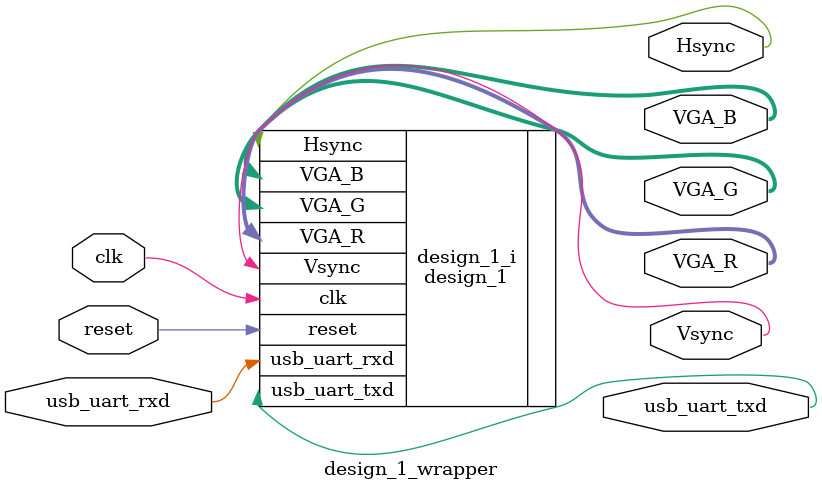
<source format=v>
`timescale 1 ps / 1 ps

module design_1_wrapper
   (Hsync,
    VGA_B,
    VGA_G,
    VGA_R,
    Vsync,
    clk,
    reset,
    usb_uart_rxd,
    usb_uart_txd);
  output Hsync;
  output [3:0]VGA_B;
  output [3:0]VGA_G;
  output [3:0]VGA_R;
  output Vsync;
  input clk;
  input reset;
  input usb_uart_rxd;
  output usb_uart_txd;

  wire Hsync;
  wire [3:0]VGA_B;
  wire [3:0]VGA_G;
  wire [3:0]VGA_R;
  wire Vsync;
  wire clk;
  wire reset;
  wire usb_uart_rxd;
  wire usb_uart_txd;

  design_1 design_1_i
       (.Hsync(Hsync),
        .VGA_B(VGA_B),
        .VGA_G(VGA_G),
        .VGA_R(VGA_R),
        .Vsync(Vsync),
        .clk(clk),
        .reset(reset),
        .usb_uart_rxd(usb_uart_rxd),
        .usb_uart_txd(usb_uart_txd));
endmodule

</source>
